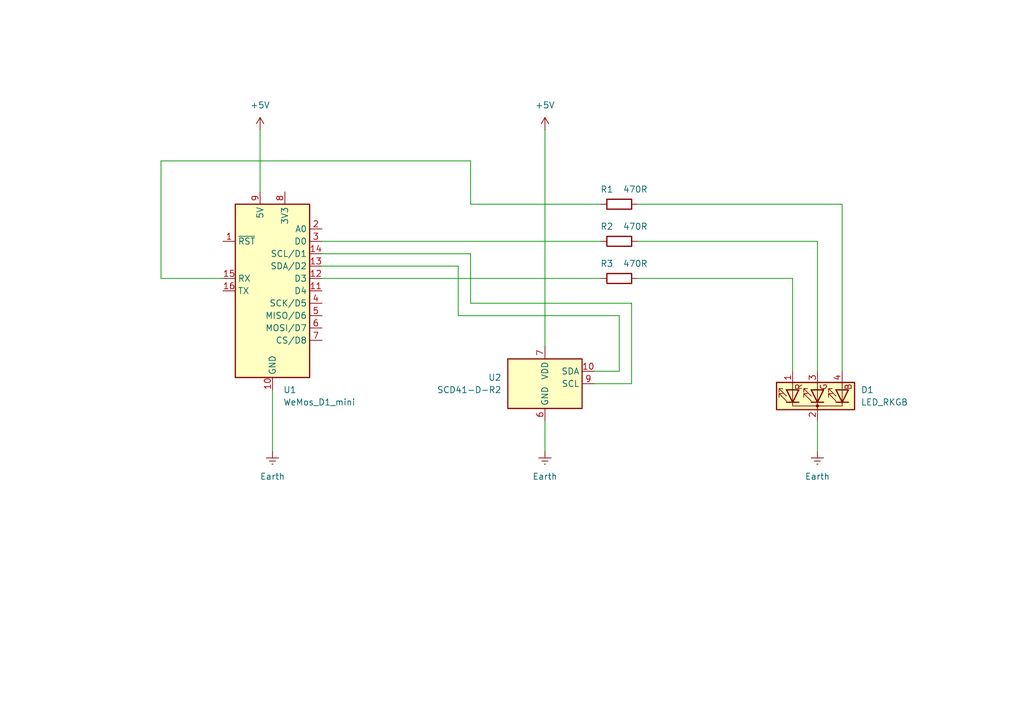
<source format=kicad_sch>
(kicad_sch (version 20231120) (generator "eeschema") (generator_version "8.0")
  (paper "A5")
  (title_block (title "Environment Sensor (D1 Mini)") (date "2024-03-04") (rev "1"))
  (lib_symbols
    (symbol "Device:LED_RKGB" (pin_names (offset 0) hide)
      (property "Reference" "D" (at 0 9.398 0))
      (property "Value" "LED_RKGB" (at 0 -8.89 0))
      (symbol "LED_RKGB_0_0"
        (text "B" (at 1.905 -6.35 0) (effects (font (size 1.27 1.27))))
        (text "G" (at 1.905 -1.27 0) (effects (font (size 1.27 1.27))))
        (text "R" (at 1.905 3.81 0) (effects (font (size 1.27 1.27))))
      )
      (symbol "LED_RKGB_0_1"
        (circle (center -2.032 0) (radius 0.254) (fill (type outline)))
        (polyline (pts (xy -1.27 -5.08) (xy 1.27 -5.08)))
        (polyline (pts (xy -1.27 -3.81) (xy -1.27 -6.35)) (stroke (width 0.254)))
        (polyline (pts (xy -1.27 0) (xy -2.54 0)))
        (polyline (pts (xy -1.27 1.27) (xy -1.27 -1.27)) (stroke (width 0.254)))
        (polyline (pts (xy -1.27 5.08) (xy 1.27 5.08)))
        (polyline (pts (xy -1.27 6.35) (xy -1.27 3.81)) (stroke (width 0.254)))
        (polyline (pts (xy 1.27 -5.08) (xy 2.54 -5.08)))
        (polyline (pts (xy 1.27 0) (xy -1.27 0)))
        (polyline (pts (xy 1.27 0) (xy 2.54 0)))
        (polyline (pts (xy 1.27 5.08) (xy 2.54 5.08)))
        (polyline (pts (xy -1.27 1.27) (xy -1.27 -1.27) (xy -1.27 -1.27)))
        (polyline (pts (xy -1.27 6.35) (xy -1.27 3.81) (xy -1.27 3.81)))
        (polyline (pts (xy -1.27 5.08) (xy -2.032 5.08) (xy -2.032 -5.08) (xy -1.016 -5.08)))
        (polyline (pts (xy 1.27 -3.81) (xy 1.27 -6.35) (xy -1.27 -5.08) (xy 1.27 -3.81)) (stroke (width 0.254)))
        (polyline (pts (xy 1.27 1.27) (xy 1.27 -1.27) (xy -1.27 0) (xy 1.27 1.27)) (stroke (width 0.254)))
        (polyline (pts (xy 1.27 6.35) (xy 1.27 3.81) (xy -1.27 5.08) (xy 1.27 6.35)) (stroke (width 0.254)))
        (polyline (pts (xy -1.016 -3.81) (xy 0.508 -2.286) (xy -0.254 -2.286) (xy 0.508 -2.286) (xy 0.508 -3.048)))
        (polyline (pts (xy -1.016 1.27) (xy 0.508 2.794) (xy -0.254 2.794) (xy 0.508 2.794) (xy 0.508 2.032)))
        (polyline (pts (xy -1.016 6.35) (xy 0.508 7.874) (xy -0.254 7.874) (xy 0.508 7.874) (xy 0.508 7.112)))
        (polyline (pts (xy 0 -3.81) (xy 1.524 -2.286) (xy 0.762 -2.286) (xy 1.524 -2.286) (xy 1.524 -3.048)))
        (polyline (pts (xy 0 1.27) (xy 1.524 2.794) (xy 0.762 2.794) (xy 1.524 2.794) (xy 1.524 2.032)))
        (polyline (pts (xy 0 6.35) (xy 1.524 7.874) (xy 0.762 7.874) (xy 1.524 7.874) (xy 1.524 7.112)))
        (rectangle (start 1.27 -1.27) (end 1.27 1.27))
        (rectangle (start 1.27 1.27) (end 1.27 1.27))
        (rectangle (start 1.27 3.81) (end 1.27 6.35))
        (rectangle (start 1.27 6.35) (end 1.27 6.35))
        (rectangle (start 2.794 8.382) (end -2.794 -7.62) (stroke (width 0.254)) (fill (type background)))
      )
      (symbol "LED_RKGB_1_1"
        (pin passive line (at 5.08 5.08 180) (length 2.54) (name "RA") (number "1"))
        (pin passive line (at -5.08 0 0) (length 2.54) (name "K") (number "2"))
        (pin passive line (at 5.08 0 180) (length 2.54) (name "GA") (number "3"))
        (pin passive line (at 5.08 -5.08 180) (length 2.54) (name "BA") (number "4"))
      )
    )
    (symbol "Device:R" (pin_numbers hide) (pin_names (offset 0))
      (property "Reference" "R" (at 2.032 0 90))
      (property "Value" "R" (at 0 0 90))
      (symbol "R_0_1"
        (rectangle (start -1.016 -2.54) (end 1.016 2.54) (stroke (width 0.254)))
      )
      (symbol "R_1_1"
        (pin passive line (at 0 3.81 270) (length 1.27) (name "~") (number "1"))
        (pin passive line (at 0 -3.81 90) (length 1.27) (name "~") (number "2"))
      )
    )
    (symbol "MCU_Module:WeMos_D1_mini"
      (property "Reference" "U" (at 3.81 19.05 0))
      (property "Value" "WeMos_D1_mini" (at 1.27 -19.05 0))
      (symbol "WeMos_D1_mini_1_1"
        (rectangle (start -7.62 17.78) (end 7.62 -17.78) (stroke (width 0.254)) (fill (type background)))
        (pin input line (at -10.16 10.16 0) (length 2.54) (name "~{RST}") (number "1"))
        (pin power_in line (at 0 -20.32 90) (length 2.54) (name "GND") (number "10"))
        (pin bidirectional line (at 10.16 0 180) (length 2.54) (name "D4") (number "11"))
        (pin bidirectional line (at 10.16 2.54 180) (length 2.54) (name "D3") (number "12"))
        (pin bidirectional line (at 10.16 5.08 180) (length 2.54) (name "SDA/D2") (number "13"))
        (pin bidirectional line (at 10.16 7.62 180) (length 2.54) (name "SCL/D1") (number "14"))
        (pin input line (at -10.16 2.54 0) (length 2.54) (name "RX") (number "15"))
        (pin output line (at -10.16 0 0) (length 2.54) (name "TX") (number "16"))
        (pin input line (at 10.16 12.7 180) (length 2.54) (name "A0") (number "2"))
        (pin bidirectional line (at 10.16 10.16 180) (length 2.54) (name "D0") (number "3"))
        (pin bidirectional line (at 10.16 -2.54 180) (length 2.54) (name "SCK/D5") (number "4"))
        (pin bidirectional line (at 10.16 -5.08 180) (length 2.54) (name "MISO/D6") (number "5"))
        (pin bidirectional line (at 10.16 -7.62 180) (length 2.54) (name "MOSI/D7") (number "6"))
        (pin bidirectional line (at 10.16 -10.16 180) (length 2.54) (name "CS/D8") (number "7"))
        (pin power_out line (at 2.54 20.32 270) (length 2.54) (name "3V3") (number "8"))
        (pin power_in line (at -2.54 20.32 270) (length 2.54) (name "5V") (number "9"))
      )
    )
    (symbol "Sensor_Gas:SCD41-D-R2"
      (property "Reference" "U" (at -7.62 6.35 0))
      (property "Value" "SCD41-D-R2" (at 6.985 6.35 0))
      (symbol "SCD41-D-R2_0_1"
        (rectangle (start 7.62 5.08) (end -7.62 -5.08) (stroke (width 0.254)) (fill (type background)))
      )
      (symbol "SCD41-D-R2_1_1"
        (pin bidirectional line (at 10.16 2.54 180) (length 2.54) (name "SDA") (number "10"))
        (pin passive line (at 0 7.62 270) (length 2.54) hide (name "VDD") (number "19"))
        (pin passive line (at 0 -7.62 90) (length 2.54) hide (name "GND") (number "20"))
        (pin passive line (at 0 -7.62 90) (length 2.54) hide (name "GND") (number "21"))
        (pin power_in line (at 0 -7.62 90) (length 2.54) (name "GND") (number "6"))
        (pin power_in line (at 0 7.62 270) (length 2.54) (name "VDD") (number "7"))
        (pin input line (at 10.16 0 180) (length 2.54) (name "SCL") (number "9"))
      )
    )
    (symbol "power:+5V" (power) (pin_numbers hide) (pin_names (offset 0) hide)
      (property "Value" "+5V" (at 0 3.556 0))
      (symbol "+5V_0_1"
        (polyline (pts (xy -0.762 1.27) (xy 0 2.54)))
        (polyline (pts (xy 0 0) (xy 0 2.54)))
        (polyline (pts (xy 0 2.54) (xy 0.762 1.27)))
      )
      (symbol "+5V_1_1"
        (pin power_in line (at 0 0 90) (length 0) (name "~") (number "1"))
      )
    )
    (symbol "power:Earth" (power) (pin_numbers hide) (pin_names (offset 0) hide)
      (property "Value" "Earth" (at 0 -3.81 0))
      (symbol "Earth_0_1"
        (polyline (pts (xy -0.635 -1.905) (xy 0.635 -1.905)))
        (polyline (pts (xy -0.127 -2.54) (xy 0.127 -2.54)))
        (polyline (pts (xy 0 -1.27) (xy 0 0)))
        (polyline (pts (xy 1.27 -1.27) (xy -1.27 -1.27)))
      )
      (symbol "Earth_1_1"
        (pin power_in line (at 0 0 270) (length 0) (name "~") (number "1"))
      )
    )
  )
  (wire (pts (xy 66.04 54.61) (xy 93.98 54.61)))
  (wire (pts (xy 167.64 86.36) (xy 167.64 92.71)))
  (wire (pts (xy 66.04 52.07) (xy 96.52 52.07)))
  (wire (pts (xy 121.92 78.74) (xy 129.54 78.74)))
  (wire (pts (xy 45.72 57.15) (xy 33.02 57.15)))
  (wire (pts (xy 66.04 49.53) (xy 123.19 49.53)))
  (wire (pts (xy 172.72 41.91) (xy 172.72 76.2)))
  (wire (pts (xy 93.98 64.77) (xy 127 64.77)))
  (wire (pts (xy 96.52 41.91) (xy 123.19 41.91)))
  (wire (pts (xy 130.81 57.15) (xy 162.56 57.15)))
  (wire (pts (xy 111.76 86.36) (xy 111.76 92.71)))
  (wire (pts (xy 127 76.2) (xy 127 64.77)))
  (wire (pts (xy 162.56 76.2) (xy 162.56 57.15)))
  (wire (pts (xy 55.88 80.01) (xy 55.88 92.71)))
  (wire (pts (xy 33.02 57.15) (xy 33.02 33.02)))
  (wire (pts (xy 93.98 54.61) (xy 93.98 64.77)))
  (wire (pts (xy 33.02 33.02) (xy 96.52 33.02)))
  (wire (pts (xy 96.52 52.07) (xy 96.52 62.23)))
  (wire (pts (xy 127 76.2) (xy 121.92 76.2)))
  (wire (pts (xy 96.52 33.02) (xy 96.52 41.91)))
  (wire (pts (xy 130.81 49.53) (xy 167.64 49.53)))
  (wire (pts (xy 66.04 57.15) (xy 123.19 57.15)))
  (wire (pts (xy 111.76 26.67) (xy 111.76 71.12)))
  (wire (pts (xy 130.81 41.91) (xy 172.72 41.91)))
  (wire (pts (xy 129.54 62.23) (xy 129.54 78.74)))
  (wire (pts (xy 96.52 62.23) (xy 129.54 62.23)))
  (wire (pts (xy 167.64 49.53) (xy 167.64 76.2)))
  (wire (pts (xy 53.34 26.67) (xy 53.34 39.37)))
  (symbol (lib_id "Device:R") (at 127 41.91 90) (unit 1)
    (property "Reference" "R1" (at 124.46 38.862 90))
    (property "Value" "470R" (at 130.302 38.862 90))
    (property "Description" "Resistor" (effects (hide yes)))
  )
  (symbol (lib_id "power:+5V") (at 53.34 26.67 0) (unit 1)
    (property "Reference" "#PWR02" (effects (hide yes)))
    (property "Value" "+5V" (at 53.34 21.59 0))
    (property "Description" "Power symbol creates a global label with name \"+5V\"" (effects (hide yes)))
  )
  (symbol (lib_id "power:Earth") (at 111.76 92.71 0) (unit 1)
    (property "Reference" "#PWR04" (effects (hide yes)))
    (property "Value" "Earth" (at 111.76 97.79 0))
    (property "Description" "Power symbol creates a global label with name \"Earth\"" (effects (hide yes)))
  )
  (symbol (lib_id "power:Earth") (at 55.88 92.71 0) (unit 1)
    (property "Reference" "#PWR03" (effects (hide yes)))
    (property "Value" "Earth" (at 55.88 97.79 0))
    (property "Description" "Power symbol creates a global label with name \"Earth\"" (effects (hide yes)))
  )
  (symbol (lib_id "Sensor_Gas:SCD41-D-R2") (at 111.76 78.74 0) (unit 1)
    (property "Reference" "U2" (at 102.87 77.4699 0) (effects (justify right)))
    (property "Value" "SCD41-D-R2" (at 102.87 80.0099 0) (effects (justify right)))
    (property "Footprint" "Sensor:Sensirion_SCD4x-1EP_10.1x10.1mm_P1.25mm_EP4.8x4.8mm" (effects (hide yes)))
    (property "Datasheet" "https://sensirion.com/media/documents/E0F04247/631EF271/CD_DS_SCD40_SCD41_Datasheet_D1.pdf" (effects (hide yes)))
    (property "Description" "Photoacoustic CO2 sensor, 40 000 ppm, I2C, 2.4-5.5 V, High accuracy  400 - 5000 ppm" (effects (hide yes)))
  )
  (symbol (lib_id "power:Earth") (at 167.64 92.71 0) (unit 1)
    (property "Reference" "#PWR01" (effects (hide yes)))
    (property "Value" "Earth" (at 167.64 97.79 0))
    (property "Description" "Power symbol creates a global label with name \"Earth\"" (effects (hide yes)))
  )
  (symbol (lib_id "Device:R") (at 127 57.15 90) (unit 1)
    (property "Reference" "R3" (at 124.46 54.102 90))
    (property "Value" "470R" (at 130.302 54.102 90))
    (property "Description" "Resistor" (effects (hide yes)))
  )
  (symbol (lib_id "power:+5V") (at 111.76 26.67 0) (unit 1)
    (property "Reference" "#PWR05" (effects (hide yes)))
    (property "Value" "+5V" (at 111.76 21.59 0))
    (property "Description" "Power symbol creates a global label with name \"+5V\"" (effects (hide yes)))
  )
  (symbol (lib_id "MCU_Module:WeMos_D1_mini") (at 55.88 59.69 0) (unit 1)
    (property "Reference" "U1" (at 58.0741 80.01 0) (effects (justify left)))
    (property "Value" "WeMos_D1_mini" (at 58.0741 82.55 0) (effects (justify left)))
    (property "Footprint" "Module:WEMOS_D1_mini_light" (effects (hide yes)))
    (property "Datasheet" "https://wiki.wemos.cc/products:d1:d1_mini#documentation" (effects (hide yes)))
    (property "Description" "32-bit microcontroller module with WiFi" (effects (hide yes)))
  )
  (symbol (lib_id "Device:LED_RKGB") (at 167.64 81.28 90) (unit 1)
    (property "Reference" "D1" (at 176.53 80.0099 90) (effects (justify right)))
    (property "Value" "LED_RKGB" (at 176.53 82.5499 90) (effects (justify right)))
    (property "Description" "RGB LED, red/cathode/green/blue" (effects (hide yes)))
  )
  (symbol (lib_id "Device:R") (at 127 49.53 90) (unit 1)
    (property "Reference" "R2" (at 124.46 46.482 90))
    (property "Value" "470R" (at 130.302 46.482 90))
    (property "Description" "Resistor" (effects (hide yes)))
  )
)
</source>
